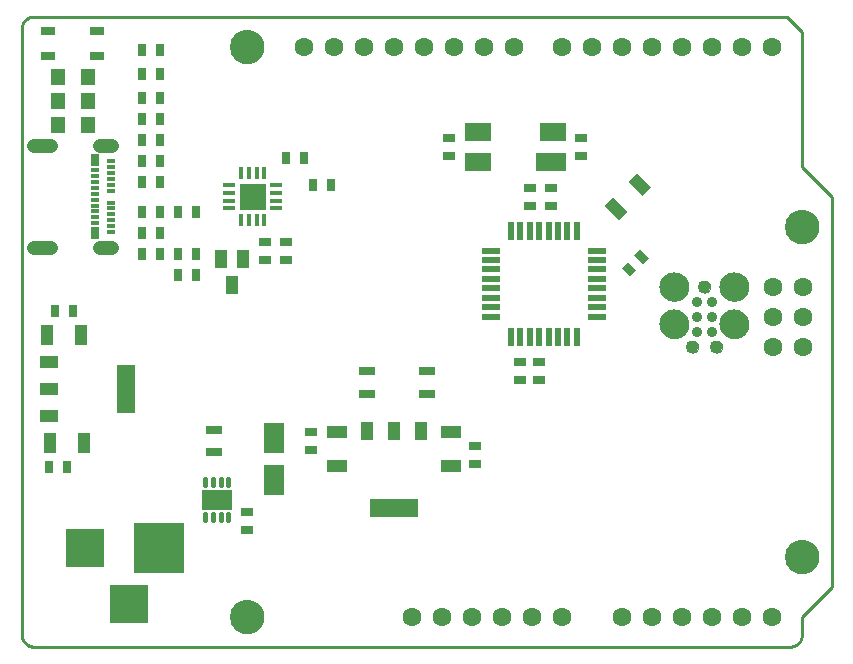
<source format=gts>
G75*
%MOIN*%
%OFA0B0*%
%FSLAX25Y25*%
%IPPOS*%
%LPD*%
%AMOC8*
5,1,8,0,0,1.08239X$1,22.5*
%
%ADD10C,0.01000*%
%ADD11C,0.00000*%
%ADD12C,0.11424*%
%ADD13R,0.03943X0.02762*%
%ADD14R,0.03943X0.06699*%
%ADD15R,0.02762X0.03943*%
%ADD16R,0.04534X0.02959*%
%ADD17C,0.03500*%
%ADD18C,0.04300*%
%ADD19C,0.09750*%
%ADD20R,0.01975X0.05912*%
%ADD21R,0.05912X0.01975*%
%ADD22R,0.09061X0.05912*%
%ADD23R,0.09849X0.05912*%
%ADD24R,0.04731X0.05321*%
%ADD25C,0.06306*%
%ADD26R,0.03156X0.01581*%
%ADD27R,0.03156X0.04337*%
%ADD28C,0.04731*%
%ADD29R,0.13061X0.13061*%
%ADD30R,0.16998X0.16998*%
%ADD31R,0.03943X0.01778*%
%ADD32R,0.08668X0.08668*%
%ADD33R,0.01778X0.03943*%
%ADD34R,0.04337X0.05912*%
%ADD35R,0.09849X0.06896*%
%ADD36C,0.01778*%
%ADD37R,0.06306X0.16148*%
%ADD38R,0.06306X0.04337*%
%ADD39R,0.06699X0.10243*%
%ADD40R,0.16148X0.06306*%
%ADD41R,0.04337X0.06306*%
%ADD42R,0.06699X0.03943*%
%ADD43R,0.05518X0.03156*%
D10*
X0008793Y0007187D02*
X0008793Y0209313D01*
X0008795Y0209437D01*
X0008801Y0209560D01*
X0008810Y0209684D01*
X0008824Y0209806D01*
X0008841Y0209929D01*
X0008863Y0210051D01*
X0008888Y0210172D01*
X0008917Y0210292D01*
X0008949Y0210411D01*
X0008986Y0210530D01*
X0009026Y0210647D01*
X0009069Y0210762D01*
X0009117Y0210877D01*
X0009168Y0210989D01*
X0009222Y0211100D01*
X0009280Y0211210D01*
X0009341Y0211317D01*
X0009406Y0211423D01*
X0009474Y0211526D01*
X0009545Y0211627D01*
X0009619Y0211726D01*
X0009696Y0211823D01*
X0009777Y0211917D01*
X0009860Y0212008D01*
X0009946Y0212097D01*
X0010035Y0212183D01*
X0010126Y0212266D01*
X0010220Y0212347D01*
X0010317Y0212424D01*
X0010416Y0212498D01*
X0010517Y0212569D01*
X0010620Y0212637D01*
X0010726Y0212702D01*
X0010833Y0212763D01*
X0010943Y0212821D01*
X0011054Y0212875D01*
X0011166Y0212926D01*
X0011281Y0212974D01*
X0011396Y0213017D01*
X0011513Y0213057D01*
X0011632Y0213094D01*
X0011751Y0213126D01*
X0011871Y0213155D01*
X0011992Y0213180D01*
X0012114Y0213202D01*
X0012237Y0213219D01*
X0012359Y0213233D01*
X0012483Y0213242D01*
X0012606Y0213248D01*
X0012730Y0213250D01*
X0263793Y0213250D01*
X0268793Y0208250D01*
X0268793Y0163250D01*
X0278793Y0153250D01*
X0278793Y0023250D01*
X0268793Y0013250D01*
X0268793Y0007187D01*
X0268791Y0007063D01*
X0268785Y0006940D01*
X0268776Y0006816D01*
X0268762Y0006694D01*
X0268745Y0006571D01*
X0268723Y0006449D01*
X0268698Y0006328D01*
X0268669Y0006208D01*
X0268637Y0006089D01*
X0268600Y0005970D01*
X0268560Y0005853D01*
X0268517Y0005738D01*
X0268469Y0005623D01*
X0268418Y0005511D01*
X0268364Y0005400D01*
X0268306Y0005290D01*
X0268245Y0005183D01*
X0268180Y0005077D01*
X0268112Y0004974D01*
X0268041Y0004873D01*
X0267967Y0004774D01*
X0267890Y0004677D01*
X0267809Y0004583D01*
X0267726Y0004492D01*
X0267640Y0004403D01*
X0267551Y0004317D01*
X0267460Y0004234D01*
X0267366Y0004153D01*
X0267269Y0004076D01*
X0267170Y0004002D01*
X0267069Y0003931D01*
X0266966Y0003863D01*
X0266860Y0003798D01*
X0266753Y0003737D01*
X0266643Y0003679D01*
X0266532Y0003625D01*
X0266420Y0003574D01*
X0266305Y0003526D01*
X0266190Y0003483D01*
X0266073Y0003443D01*
X0265954Y0003406D01*
X0265835Y0003374D01*
X0265715Y0003345D01*
X0265594Y0003320D01*
X0265472Y0003298D01*
X0265349Y0003281D01*
X0265227Y0003267D01*
X0265103Y0003258D01*
X0264980Y0003252D01*
X0264856Y0003250D01*
X0012730Y0003250D01*
X0012606Y0003252D01*
X0012483Y0003258D01*
X0012359Y0003267D01*
X0012237Y0003281D01*
X0012114Y0003298D01*
X0011992Y0003320D01*
X0011871Y0003345D01*
X0011751Y0003374D01*
X0011632Y0003406D01*
X0011513Y0003443D01*
X0011396Y0003483D01*
X0011281Y0003526D01*
X0011166Y0003574D01*
X0011054Y0003625D01*
X0010943Y0003679D01*
X0010833Y0003737D01*
X0010726Y0003798D01*
X0010620Y0003863D01*
X0010517Y0003931D01*
X0010416Y0004002D01*
X0010317Y0004076D01*
X0010220Y0004153D01*
X0010126Y0004234D01*
X0010035Y0004317D01*
X0009946Y0004403D01*
X0009860Y0004492D01*
X0009777Y0004583D01*
X0009696Y0004677D01*
X0009619Y0004774D01*
X0009545Y0004873D01*
X0009474Y0004974D01*
X0009406Y0005077D01*
X0009341Y0005183D01*
X0009280Y0005290D01*
X0009222Y0005400D01*
X0009168Y0005511D01*
X0009117Y0005623D01*
X0009069Y0005738D01*
X0009026Y0005853D01*
X0008986Y0005970D01*
X0008949Y0006089D01*
X0008917Y0006208D01*
X0008888Y0006328D01*
X0008863Y0006449D01*
X0008841Y0006571D01*
X0008824Y0006694D01*
X0008810Y0006816D01*
X0008801Y0006940D01*
X0008795Y0007063D01*
X0008793Y0007187D01*
D11*
X0078281Y0013250D02*
X0078283Y0013398D01*
X0078289Y0013546D01*
X0078299Y0013694D01*
X0078313Y0013841D01*
X0078331Y0013988D01*
X0078352Y0014134D01*
X0078378Y0014280D01*
X0078408Y0014425D01*
X0078441Y0014569D01*
X0078479Y0014712D01*
X0078520Y0014854D01*
X0078565Y0014995D01*
X0078613Y0015135D01*
X0078666Y0015274D01*
X0078722Y0015411D01*
X0078782Y0015546D01*
X0078845Y0015680D01*
X0078912Y0015812D01*
X0078983Y0015942D01*
X0079057Y0016070D01*
X0079134Y0016196D01*
X0079215Y0016320D01*
X0079299Y0016442D01*
X0079386Y0016561D01*
X0079477Y0016678D01*
X0079571Y0016793D01*
X0079667Y0016905D01*
X0079767Y0017015D01*
X0079869Y0017121D01*
X0079975Y0017225D01*
X0080083Y0017326D01*
X0080194Y0017424D01*
X0080307Y0017520D01*
X0080423Y0017612D01*
X0080541Y0017701D01*
X0080662Y0017786D01*
X0080785Y0017869D01*
X0080910Y0017948D01*
X0081037Y0018024D01*
X0081166Y0018096D01*
X0081297Y0018165D01*
X0081430Y0018230D01*
X0081565Y0018291D01*
X0081701Y0018349D01*
X0081838Y0018404D01*
X0081977Y0018454D01*
X0082118Y0018501D01*
X0082259Y0018544D01*
X0082402Y0018584D01*
X0082546Y0018619D01*
X0082690Y0018651D01*
X0082836Y0018678D01*
X0082982Y0018702D01*
X0083129Y0018722D01*
X0083276Y0018738D01*
X0083423Y0018750D01*
X0083571Y0018758D01*
X0083719Y0018762D01*
X0083867Y0018762D01*
X0084015Y0018758D01*
X0084163Y0018750D01*
X0084310Y0018738D01*
X0084457Y0018722D01*
X0084604Y0018702D01*
X0084750Y0018678D01*
X0084896Y0018651D01*
X0085040Y0018619D01*
X0085184Y0018584D01*
X0085327Y0018544D01*
X0085468Y0018501D01*
X0085609Y0018454D01*
X0085748Y0018404D01*
X0085885Y0018349D01*
X0086021Y0018291D01*
X0086156Y0018230D01*
X0086289Y0018165D01*
X0086420Y0018096D01*
X0086549Y0018024D01*
X0086676Y0017948D01*
X0086801Y0017869D01*
X0086924Y0017786D01*
X0087045Y0017701D01*
X0087163Y0017612D01*
X0087279Y0017520D01*
X0087392Y0017424D01*
X0087503Y0017326D01*
X0087611Y0017225D01*
X0087717Y0017121D01*
X0087819Y0017015D01*
X0087919Y0016905D01*
X0088015Y0016793D01*
X0088109Y0016678D01*
X0088200Y0016561D01*
X0088287Y0016442D01*
X0088371Y0016320D01*
X0088452Y0016196D01*
X0088529Y0016070D01*
X0088603Y0015942D01*
X0088674Y0015812D01*
X0088741Y0015680D01*
X0088804Y0015546D01*
X0088864Y0015411D01*
X0088920Y0015274D01*
X0088973Y0015135D01*
X0089021Y0014995D01*
X0089066Y0014854D01*
X0089107Y0014712D01*
X0089145Y0014569D01*
X0089178Y0014425D01*
X0089208Y0014280D01*
X0089234Y0014134D01*
X0089255Y0013988D01*
X0089273Y0013841D01*
X0089287Y0013694D01*
X0089297Y0013546D01*
X0089303Y0013398D01*
X0089305Y0013250D01*
X0089303Y0013102D01*
X0089297Y0012954D01*
X0089287Y0012806D01*
X0089273Y0012659D01*
X0089255Y0012512D01*
X0089234Y0012366D01*
X0089208Y0012220D01*
X0089178Y0012075D01*
X0089145Y0011931D01*
X0089107Y0011788D01*
X0089066Y0011646D01*
X0089021Y0011505D01*
X0088973Y0011365D01*
X0088920Y0011226D01*
X0088864Y0011089D01*
X0088804Y0010954D01*
X0088741Y0010820D01*
X0088674Y0010688D01*
X0088603Y0010558D01*
X0088529Y0010430D01*
X0088452Y0010304D01*
X0088371Y0010180D01*
X0088287Y0010058D01*
X0088200Y0009939D01*
X0088109Y0009822D01*
X0088015Y0009707D01*
X0087919Y0009595D01*
X0087819Y0009485D01*
X0087717Y0009379D01*
X0087611Y0009275D01*
X0087503Y0009174D01*
X0087392Y0009076D01*
X0087279Y0008980D01*
X0087163Y0008888D01*
X0087045Y0008799D01*
X0086924Y0008714D01*
X0086801Y0008631D01*
X0086676Y0008552D01*
X0086549Y0008476D01*
X0086420Y0008404D01*
X0086289Y0008335D01*
X0086156Y0008270D01*
X0086021Y0008209D01*
X0085885Y0008151D01*
X0085748Y0008096D01*
X0085609Y0008046D01*
X0085468Y0007999D01*
X0085327Y0007956D01*
X0085184Y0007916D01*
X0085040Y0007881D01*
X0084896Y0007849D01*
X0084750Y0007822D01*
X0084604Y0007798D01*
X0084457Y0007778D01*
X0084310Y0007762D01*
X0084163Y0007750D01*
X0084015Y0007742D01*
X0083867Y0007738D01*
X0083719Y0007738D01*
X0083571Y0007742D01*
X0083423Y0007750D01*
X0083276Y0007762D01*
X0083129Y0007778D01*
X0082982Y0007798D01*
X0082836Y0007822D01*
X0082690Y0007849D01*
X0082546Y0007881D01*
X0082402Y0007916D01*
X0082259Y0007956D01*
X0082118Y0007999D01*
X0081977Y0008046D01*
X0081838Y0008096D01*
X0081701Y0008151D01*
X0081565Y0008209D01*
X0081430Y0008270D01*
X0081297Y0008335D01*
X0081166Y0008404D01*
X0081037Y0008476D01*
X0080910Y0008552D01*
X0080785Y0008631D01*
X0080662Y0008714D01*
X0080541Y0008799D01*
X0080423Y0008888D01*
X0080307Y0008980D01*
X0080194Y0009076D01*
X0080083Y0009174D01*
X0079975Y0009275D01*
X0079869Y0009379D01*
X0079767Y0009485D01*
X0079667Y0009595D01*
X0079571Y0009707D01*
X0079477Y0009822D01*
X0079386Y0009939D01*
X0079299Y0010058D01*
X0079215Y0010180D01*
X0079134Y0010304D01*
X0079057Y0010430D01*
X0078983Y0010558D01*
X0078912Y0010688D01*
X0078845Y0010820D01*
X0078782Y0010954D01*
X0078722Y0011089D01*
X0078666Y0011226D01*
X0078613Y0011365D01*
X0078565Y0011505D01*
X0078520Y0011646D01*
X0078479Y0011788D01*
X0078441Y0011931D01*
X0078408Y0012075D01*
X0078378Y0012220D01*
X0078352Y0012366D01*
X0078331Y0012512D01*
X0078313Y0012659D01*
X0078299Y0012806D01*
X0078289Y0012954D01*
X0078283Y0013102D01*
X0078281Y0013250D01*
X0221618Y0110750D02*
X0221620Y0110887D01*
X0221626Y0111023D01*
X0221636Y0111159D01*
X0221650Y0111295D01*
X0221668Y0111431D01*
X0221690Y0111566D01*
X0221715Y0111700D01*
X0221745Y0111833D01*
X0221779Y0111965D01*
X0221816Y0112097D01*
X0221857Y0112227D01*
X0221903Y0112356D01*
X0221951Y0112484D01*
X0222004Y0112610D01*
X0222060Y0112734D01*
X0222120Y0112857D01*
X0222183Y0112978D01*
X0222250Y0113097D01*
X0222320Y0113214D01*
X0222394Y0113330D01*
X0222471Y0113442D01*
X0222551Y0113553D01*
X0222635Y0113661D01*
X0222722Y0113767D01*
X0222811Y0113870D01*
X0222904Y0113970D01*
X0222999Y0114068D01*
X0223098Y0114163D01*
X0223199Y0114255D01*
X0223303Y0114343D01*
X0223409Y0114429D01*
X0223518Y0114512D01*
X0223629Y0114591D01*
X0223742Y0114668D01*
X0223858Y0114741D01*
X0223975Y0114810D01*
X0224095Y0114876D01*
X0224216Y0114938D01*
X0224340Y0114997D01*
X0224465Y0115053D01*
X0224591Y0115104D01*
X0224719Y0115152D01*
X0224848Y0115196D01*
X0224979Y0115237D01*
X0225111Y0115273D01*
X0225243Y0115306D01*
X0225377Y0115334D01*
X0225511Y0115359D01*
X0225646Y0115380D01*
X0225782Y0115397D01*
X0225918Y0115410D01*
X0226054Y0115419D01*
X0226191Y0115424D01*
X0226327Y0115425D01*
X0226464Y0115422D01*
X0226600Y0115415D01*
X0226736Y0115404D01*
X0226872Y0115389D01*
X0227007Y0115370D01*
X0227142Y0115347D01*
X0227276Y0115320D01*
X0227409Y0115290D01*
X0227541Y0115255D01*
X0227673Y0115217D01*
X0227802Y0115175D01*
X0227931Y0115129D01*
X0228058Y0115079D01*
X0228184Y0115025D01*
X0228308Y0114968D01*
X0228431Y0114908D01*
X0228551Y0114843D01*
X0228670Y0114776D01*
X0228786Y0114705D01*
X0228901Y0114630D01*
X0229013Y0114552D01*
X0229123Y0114471D01*
X0229231Y0114387D01*
X0229336Y0114299D01*
X0229438Y0114209D01*
X0229538Y0114116D01*
X0229635Y0114019D01*
X0229729Y0113920D01*
X0229820Y0113819D01*
X0229908Y0113714D01*
X0229993Y0113607D01*
X0230075Y0113498D01*
X0230154Y0113386D01*
X0230229Y0113272D01*
X0230301Y0113156D01*
X0230370Y0113038D01*
X0230435Y0112918D01*
X0230497Y0112796D01*
X0230555Y0112672D01*
X0230609Y0112547D01*
X0230660Y0112420D01*
X0230706Y0112292D01*
X0230750Y0112162D01*
X0230789Y0112031D01*
X0230825Y0111899D01*
X0230856Y0111766D01*
X0230884Y0111633D01*
X0230908Y0111498D01*
X0230928Y0111363D01*
X0230944Y0111227D01*
X0230956Y0111091D01*
X0230964Y0110955D01*
X0230968Y0110818D01*
X0230968Y0110682D01*
X0230964Y0110545D01*
X0230956Y0110409D01*
X0230944Y0110273D01*
X0230928Y0110137D01*
X0230908Y0110002D01*
X0230884Y0109867D01*
X0230856Y0109734D01*
X0230825Y0109601D01*
X0230789Y0109469D01*
X0230750Y0109338D01*
X0230706Y0109208D01*
X0230660Y0109080D01*
X0230609Y0108953D01*
X0230555Y0108828D01*
X0230497Y0108704D01*
X0230435Y0108582D01*
X0230370Y0108462D01*
X0230301Y0108344D01*
X0230229Y0108228D01*
X0230154Y0108114D01*
X0230075Y0108002D01*
X0229993Y0107893D01*
X0229908Y0107786D01*
X0229820Y0107681D01*
X0229729Y0107580D01*
X0229635Y0107481D01*
X0229538Y0107384D01*
X0229438Y0107291D01*
X0229336Y0107201D01*
X0229231Y0107113D01*
X0229123Y0107029D01*
X0229013Y0106948D01*
X0228901Y0106870D01*
X0228786Y0106795D01*
X0228670Y0106724D01*
X0228551Y0106657D01*
X0228431Y0106592D01*
X0228308Y0106532D01*
X0228184Y0106475D01*
X0228058Y0106421D01*
X0227931Y0106371D01*
X0227802Y0106325D01*
X0227673Y0106283D01*
X0227541Y0106245D01*
X0227409Y0106210D01*
X0227276Y0106180D01*
X0227142Y0106153D01*
X0227007Y0106130D01*
X0226872Y0106111D01*
X0226736Y0106096D01*
X0226600Y0106085D01*
X0226464Y0106078D01*
X0226327Y0106075D01*
X0226191Y0106076D01*
X0226054Y0106081D01*
X0225918Y0106090D01*
X0225782Y0106103D01*
X0225646Y0106120D01*
X0225511Y0106141D01*
X0225377Y0106166D01*
X0225243Y0106194D01*
X0225111Y0106227D01*
X0224979Y0106263D01*
X0224848Y0106304D01*
X0224719Y0106348D01*
X0224591Y0106396D01*
X0224465Y0106447D01*
X0224340Y0106503D01*
X0224216Y0106562D01*
X0224095Y0106624D01*
X0223975Y0106690D01*
X0223858Y0106759D01*
X0223742Y0106832D01*
X0223629Y0106909D01*
X0223518Y0106988D01*
X0223409Y0107071D01*
X0223303Y0107157D01*
X0223199Y0107245D01*
X0223098Y0107337D01*
X0222999Y0107432D01*
X0222904Y0107530D01*
X0222811Y0107630D01*
X0222722Y0107733D01*
X0222635Y0107839D01*
X0222551Y0107947D01*
X0222471Y0108058D01*
X0222394Y0108170D01*
X0222320Y0108286D01*
X0222250Y0108403D01*
X0222183Y0108522D01*
X0222120Y0108643D01*
X0222060Y0108766D01*
X0222004Y0108890D01*
X0221951Y0109016D01*
X0221903Y0109144D01*
X0221857Y0109273D01*
X0221816Y0109403D01*
X0221779Y0109535D01*
X0221745Y0109667D01*
X0221715Y0109800D01*
X0221690Y0109934D01*
X0221668Y0110069D01*
X0221650Y0110205D01*
X0221636Y0110341D01*
X0221626Y0110477D01*
X0221620Y0110613D01*
X0221618Y0110750D01*
X0230343Y0103250D02*
X0230345Y0103338D01*
X0230351Y0103426D01*
X0230361Y0103514D01*
X0230375Y0103601D01*
X0230393Y0103687D01*
X0230414Y0103772D01*
X0230440Y0103857D01*
X0230469Y0103940D01*
X0230502Y0104022D01*
X0230539Y0104102D01*
X0230579Y0104180D01*
X0230623Y0104257D01*
X0230670Y0104331D01*
X0230721Y0104403D01*
X0230774Y0104473D01*
X0230831Y0104541D01*
X0230891Y0104605D01*
X0230954Y0104667D01*
X0231019Y0104726D01*
X0231087Y0104782D01*
X0231158Y0104835D01*
X0231230Y0104885D01*
X0231305Y0104931D01*
X0231382Y0104974D01*
X0231461Y0105014D01*
X0231542Y0105049D01*
X0231624Y0105082D01*
X0231707Y0105110D01*
X0231792Y0105135D01*
X0231878Y0105155D01*
X0231964Y0105172D01*
X0232051Y0105185D01*
X0232139Y0105194D01*
X0232227Y0105199D01*
X0232315Y0105200D01*
X0232403Y0105197D01*
X0232491Y0105190D01*
X0232578Y0105179D01*
X0232665Y0105164D01*
X0232751Y0105145D01*
X0232837Y0105123D01*
X0232921Y0105096D01*
X0233003Y0105066D01*
X0233085Y0105032D01*
X0233165Y0104994D01*
X0233242Y0104953D01*
X0233318Y0104909D01*
X0233392Y0104861D01*
X0233464Y0104809D01*
X0233533Y0104755D01*
X0233600Y0104697D01*
X0233664Y0104637D01*
X0233725Y0104573D01*
X0233784Y0104507D01*
X0233839Y0104439D01*
X0233891Y0104367D01*
X0233940Y0104294D01*
X0233985Y0104219D01*
X0234027Y0104141D01*
X0234066Y0104062D01*
X0234101Y0103981D01*
X0234132Y0103898D01*
X0234159Y0103815D01*
X0234183Y0103730D01*
X0234203Y0103644D01*
X0234219Y0103557D01*
X0234231Y0103470D01*
X0234239Y0103382D01*
X0234243Y0103294D01*
X0234243Y0103206D01*
X0234239Y0103118D01*
X0234231Y0103030D01*
X0234219Y0102943D01*
X0234203Y0102856D01*
X0234183Y0102770D01*
X0234159Y0102685D01*
X0234132Y0102602D01*
X0234101Y0102519D01*
X0234066Y0102438D01*
X0234027Y0102359D01*
X0233985Y0102281D01*
X0233940Y0102206D01*
X0233891Y0102133D01*
X0233839Y0102061D01*
X0233784Y0101993D01*
X0233725Y0101927D01*
X0233664Y0101863D01*
X0233600Y0101803D01*
X0233533Y0101745D01*
X0233464Y0101691D01*
X0233392Y0101639D01*
X0233318Y0101591D01*
X0233242Y0101547D01*
X0233165Y0101506D01*
X0233085Y0101468D01*
X0233003Y0101434D01*
X0232921Y0101404D01*
X0232837Y0101377D01*
X0232751Y0101355D01*
X0232665Y0101336D01*
X0232578Y0101321D01*
X0232491Y0101310D01*
X0232403Y0101303D01*
X0232315Y0101300D01*
X0232227Y0101301D01*
X0232139Y0101306D01*
X0232051Y0101315D01*
X0231964Y0101328D01*
X0231878Y0101345D01*
X0231792Y0101365D01*
X0231707Y0101390D01*
X0231624Y0101418D01*
X0231542Y0101451D01*
X0231461Y0101486D01*
X0231382Y0101526D01*
X0231305Y0101569D01*
X0231230Y0101615D01*
X0231158Y0101665D01*
X0231087Y0101718D01*
X0231019Y0101774D01*
X0230954Y0101833D01*
X0230891Y0101895D01*
X0230831Y0101959D01*
X0230774Y0102027D01*
X0230721Y0102097D01*
X0230670Y0102169D01*
X0230623Y0102243D01*
X0230579Y0102320D01*
X0230539Y0102398D01*
X0230502Y0102478D01*
X0230469Y0102560D01*
X0230440Y0102643D01*
X0230414Y0102728D01*
X0230393Y0102813D01*
X0230375Y0102899D01*
X0230361Y0102986D01*
X0230351Y0103074D01*
X0230345Y0103162D01*
X0230343Y0103250D01*
X0238343Y0103250D02*
X0238345Y0103338D01*
X0238351Y0103426D01*
X0238361Y0103514D01*
X0238375Y0103601D01*
X0238393Y0103687D01*
X0238414Y0103772D01*
X0238440Y0103857D01*
X0238469Y0103940D01*
X0238502Y0104022D01*
X0238539Y0104102D01*
X0238579Y0104180D01*
X0238623Y0104257D01*
X0238670Y0104331D01*
X0238721Y0104403D01*
X0238774Y0104473D01*
X0238831Y0104541D01*
X0238891Y0104605D01*
X0238954Y0104667D01*
X0239019Y0104726D01*
X0239087Y0104782D01*
X0239158Y0104835D01*
X0239230Y0104885D01*
X0239305Y0104931D01*
X0239382Y0104974D01*
X0239461Y0105014D01*
X0239542Y0105049D01*
X0239624Y0105082D01*
X0239707Y0105110D01*
X0239792Y0105135D01*
X0239878Y0105155D01*
X0239964Y0105172D01*
X0240051Y0105185D01*
X0240139Y0105194D01*
X0240227Y0105199D01*
X0240315Y0105200D01*
X0240403Y0105197D01*
X0240491Y0105190D01*
X0240578Y0105179D01*
X0240665Y0105164D01*
X0240751Y0105145D01*
X0240837Y0105123D01*
X0240921Y0105096D01*
X0241003Y0105066D01*
X0241085Y0105032D01*
X0241165Y0104994D01*
X0241242Y0104953D01*
X0241318Y0104909D01*
X0241392Y0104861D01*
X0241464Y0104809D01*
X0241533Y0104755D01*
X0241600Y0104697D01*
X0241664Y0104637D01*
X0241725Y0104573D01*
X0241784Y0104507D01*
X0241839Y0104439D01*
X0241891Y0104367D01*
X0241940Y0104294D01*
X0241985Y0104219D01*
X0242027Y0104141D01*
X0242066Y0104062D01*
X0242101Y0103981D01*
X0242132Y0103898D01*
X0242159Y0103815D01*
X0242183Y0103730D01*
X0242203Y0103644D01*
X0242219Y0103557D01*
X0242231Y0103470D01*
X0242239Y0103382D01*
X0242243Y0103294D01*
X0242243Y0103206D01*
X0242239Y0103118D01*
X0242231Y0103030D01*
X0242219Y0102943D01*
X0242203Y0102856D01*
X0242183Y0102770D01*
X0242159Y0102685D01*
X0242132Y0102602D01*
X0242101Y0102519D01*
X0242066Y0102438D01*
X0242027Y0102359D01*
X0241985Y0102281D01*
X0241940Y0102206D01*
X0241891Y0102133D01*
X0241839Y0102061D01*
X0241784Y0101993D01*
X0241725Y0101927D01*
X0241664Y0101863D01*
X0241600Y0101803D01*
X0241533Y0101745D01*
X0241464Y0101691D01*
X0241392Y0101639D01*
X0241318Y0101591D01*
X0241242Y0101547D01*
X0241165Y0101506D01*
X0241085Y0101468D01*
X0241003Y0101434D01*
X0240921Y0101404D01*
X0240837Y0101377D01*
X0240751Y0101355D01*
X0240665Y0101336D01*
X0240578Y0101321D01*
X0240491Y0101310D01*
X0240403Y0101303D01*
X0240315Y0101300D01*
X0240227Y0101301D01*
X0240139Y0101306D01*
X0240051Y0101315D01*
X0239964Y0101328D01*
X0239878Y0101345D01*
X0239792Y0101365D01*
X0239707Y0101390D01*
X0239624Y0101418D01*
X0239542Y0101451D01*
X0239461Y0101486D01*
X0239382Y0101526D01*
X0239305Y0101569D01*
X0239230Y0101615D01*
X0239158Y0101665D01*
X0239087Y0101718D01*
X0239019Y0101774D01*
X0238954Y0101833D01*
X0238891Y0101895D01*
X0238831Y0101959D01*
X0238774Y0102027D01*
X0238721Y0102097D01*
X0238670Y0102169D01*
X0238623Y0102243D01*
X0238579Y0102320D01*
X0238539Y0102398D01*
X0238502Y0102478D01*
X0238469Y0102560D01*
X0238440Y0102643D01*
X0238414Y0102728D01*
X0238393Y0102813D01*
X0238375Y0102899D01*
X0238361Y0102986D01*
X0238351Y0103074D01*
X0238345Y0103162D01*
X0238343Y0103250D01*
X0241618Y0110750D02*
X0241620Y0110887D01*
X0241626Y0111023D01*
X0241636Y0111159D01*
X0241650Y0111295D01*
X0241668Y0111431D01*
X0241690Y0111566D01*
X0241715Y0111700D01*
X0241745Y0111833D01*
X0241779Y0111965D01*
X0241816Y0112097D01*
X0241857Y0112227D01*
X0241903Y0112356D01*
X0241951Y0112484D01*
X0242004Y0112610D01*
X0242060Y0112734D01*
X0242120Y0112857D01*
X0242183Y0112978D01*
X0242250Y0113097D01*
X0242320Y0113214D01*
X0242394Y0113330D01*
X0242471Y0113442D01*
X0242551Y0113553D01*
X0242635Y0113661D01*
X0242722Y0113767D01*
X0242811Y0113870D01*
X0242904Y0113970D01*
X0242999Y0114068D01*
X0243098Y0114163D01*
X0243199Y0114255D01*
X0243303Y0114343D01*
X0243409Y0114429D01*
X0243518Y0114512D01*
X0243629Y0114591D01*
X0243742Y0114668D01*
X0243858Y0114741D01*
X0243975Y0114810D01*
X0244095Y0114876D01*
X0244216Y0114938D01*
X0244340Y0114997D01*
X0244465Y0115053D01*
X0244591Y0115104D01*
X0244719Y0115152D01*
X0244848Y0115196D01*
X0244979Y0115237D01*
X0245111Y0115273D01*
X0245243Y0115306D01*
X0245377Y0115334D01*
X0245511Y0115359D01*
X0245646Y0115380D01*
X0245782Y0115397D01*
X0245918Y0115410D01*
X0246054Y0115419D01*
X0246191Y0115424D01*
X0246327Y0115425D01*
X0246464Y0115422D01*
X0246600Y0115415D01*
X0246736Y0115404D01*
X0246872Y0115389D01*
X0247007Y0115370D01*
X0247142Y0115347D01*
X0247276Y0115320D01*
X0247409Y0115290D01*
X0247541Y0115255D01*
X0247673Y0115217D01*
X0247802Y0115175D01*
X0247931Y0115129D01*
X0248058Y0115079D01*
X0248184Y0115025D01*
X0248308Y0114968D01*
X0248431Y0114908D01*
X0248551Y0114843D01*
X0248670Y0114776D01*
X0248786Y0114705D01*
X0248901Y0114630D01*
X0249013Y0114552D01*
X0249123Y0114471D01*
X0249231Y0114387D01*
X0249336Y0114299D01*
X0249438Y0114209D01*
X0249538Y0114116D01*
X0249635Y0114019D01*
X0249729Y0113920D01*
X0249820Y0113819D01*
X0249908Y0113714D01*
X0249993Y0113607D01*
X0250075Y0113498D01*
X0250154Y0113386D01*
X0250229Y0113272D01*
X0250301Y0113156D01*
X0250370Y0113038D01*
X0250435Y0112918D01*
X0250497Y0112796D01*
X0250555Y0112672D01*
X0250609Y0112547D01*
X0250660Y0112420D01*
X0250706Y0112292D01*
X0250750Y0112162D01*
X0250789Y0112031D01*
X0250825Y0111899D01*
X0250856Y0111766D01*
X0250884Y0111633D01*
X0250908Y0111498D01*
X0250928Y0111363D01*
X0250944Y0111227D01*
X0250956Y0111091D01*
X0250964Y0110955D01*
X0250968Y0110818D01*
X0250968Y0110682D01*
X0250964Y0110545D01*
X0250956Y0110409D01*
X0250944Y0110273D01*
X0250928Y0110137D01*
X0250908Y0110002D01*
X0250884Y0109867D01*
X0250856Y0109734D01*
X0250825Y0109601D01*
X0250789Y0109469D01*
X0250750Y0109338D01*
X0250706Y0109208D01*
X0250660Y0109080D01*
X0250609Y0108953D01*
X0250555Y0108828D01*
X0250497Y0108704D01*
X0250435Y0108582D01*
X0250370Y0108462D01*
X0250301Y0108344D01*
X0250229Y0108228D01*
X0250154Y0108114D01*
X0250075Y0108002D01*
X0249993Y0107893D01*
X0249908Y0107786D01*
X0249820Y0107681D01*
X0249729Y0107580D01*
X0249635Y0107481D01*
X0249538Y0107384D01*
X0249438Y0107291D01*
X0249336Y0107201D01*
X0249231Y0107113D01*
X0249123Y0107029D01*
X0249013Y0106948D01*
X0248901Y0106870D01*
X0248786Y0106795D01*
X0248670Y0106724D01*
X0248551Y0106657D01*
X0248431Y0106592D01*
X0248308Y0106532D01*
X0248184Y0106475D01*
X0248058Y0106421D01*
X0247931Y0106371D01*
X0247802Y0106325D01*
X0247673Y0106283D01*
X0247541Y0106245D01*
X0247409Y0106210D01*
X0247276Y0106180D01*
X0247142Y0106153D01*
X0247007Y0106130D01*
X0246872Y0106111D01*
X0246736Y0106096D01*
X0246600Y0106085D01*
X0246464Y0106078D01*
X0246327Y0106075D01*
X0246191Y0106076D01*
X0246054Y0106081D01*
X0245918Y0106090D01*
X0245782Y0106103D01*
X0245646Y0106120D01*
X0245511Y0106141D01*
X0245377Y0106166D01*
X0245243Y0106194D01*
X0245111Y0106227D01*
X0244979Y0106263D01*
X0244848Y0106304D01*
X0244719Y0106348D01*
X0244591Y0106396D01*
X0244465Y0106447D01*
X0244340Y0106503D01*
X0244216Y0106562D01*
X0244095Y0106624D01*
X0243975Y0106690D01*
X0243858Y0106759D01*
X0243742Y0106832D01*
X0243629Y0106909D01*
X0243518Y0106988D01*
X0243409Y0107071D01*
X0243303Y0107157D01*
X0243199Y0107245D01*
X0243098Y0107337D01*
X0242999Y0107432D01*
X0242904Y0107530D01*
X0242811Y0107630D01*
X0242722Y0107733D01*
X0242635Y0107839D01*
X0242551Y0107947D01*
X0242471Y0108058D01*
X0242394Y0108170D01*
X0242320Y0108286D01*
X0242250Y0108403D01*
X0242183Y0108522D01*
X0242120Y0108643D01*
X0242060Y0108766D01*
X0242004Y0108890D01*
X0241951Y0109016D01*
X0241903Y0109144D01*
X0241857Y0109273D01*
X0241816Y0109403D01*
X0241779Y0109535D01*
X0241745Y0109667D01*
X0241715Y0109800D01*
X0241690Y0109934D01*
X0241668Y0110069D01*
X0241650Y0110205D01*
X0241636Y0110341D01*
X0241626Y0110477D01*
X0241620Y0110613D01*
X0241618Y0110750D01*
X0241618Y0123250D02*
X0241620Y0123387D01*
X0241626Y0123523D01*
X0241636Y0123659D01*
X0241650Y0123795D01*
X0241668Y0123931D01*
X0241690Y0124066D01*
X0241715Y0124200D01*
X0241745Y0124333D01*
X0241779Y0124465D01*
X0241816Y0124597D01*
X0241857Y0124727D01*
X0241903Y0124856D01*
X0241951Y0124984D01*
X0242004Y0125110D01*
X0242060Y0125234D01*
X0242120Y0125357D01*
X0242183Y0125478D01*
X0242250Y0125597D01*
X0242320Y0125714D01*
X0242394Y0125830D01*
X0242471Y0125942D01*
X0242551Y0126053D01*
X0242635Y0126161D01*
X0242722Y0126267D01*
X0242811Y0126370D01*
X0242904Y0126470D01*
X0242999Y0126568D01*
X0243098Y0126663D01*
X0243199Y0126755D01*
X0243303Y0126843D01*
X0243409Y0126929D01*
X0243518Y0127012D01*
X0243629Y0127091D01*
X0243742Y0127168D01*
X0243858Y0127241D01*
X0243975Y0127310D01*
X0244095Y0127376D01*
X0244216Y0127438D01*
X0244340Y0127497D01*
X0244465Y0127553D01*
X0244591Y0127604D01*
X0244719Y0127652D01*
X0244848Y0127696D01*
X0244979Y0127737D01*
X0245111Y0127773D01*
X0245243Y0127806D01*
X0245377Y0127834D01*
X0245511Y0127859D01*
X0245646Y0127880D01*
X0245782Y0127897D01*
X0245918Y0127910D01*
X0246054Y0127919D01*
X0246191Y0127924D01*
X0246327Y0127925D01*
X0246464Y0127922D01*
X0246600Y0127915D01*
X0246736Y0127904D01*
X0246872Y0127889D01*
X0247007Y0127870D01*
X0247142Y0127847D01*
X0247276Y0127820D01*
X0247409Y0127790D01*
X0247541Y0127755D01*
X0247673Y0127717D01*
X0247802Y0127675D01*
X0247931Y0127629D01*
X0248058Y0127579D01*
X0248184Y0127525D01*
X0248308Y0127468D01*
X0248431Y0127408D01*
X0248551Y0127343D01*
X0248670Y0127276D01*
X0248786Y0127205D01*
X0248901Y0127130D01*
X0249013Y0127052D01*
X0249123Y0126971D01*
X0249231Y0126887D01*
X0249336Y0126799D01*
X0249438Y0126709D01*
X0249538Y0126616D01*
X0249635Y0126519D01*
X0249729Y0126420D01*
X0249820Y0126319D01*
X0249908Y0126214D01*
X0249993Y0126107D01*
X0250075Y0125998D01*
X0250154Y0125886D01*
X0250229Y0125772D01*
X0250301Y0125656D01*
X0250370Y0125538D01*
X0250435Y0125418D01*
X0250497Y0125296D01*
X0250555Y0125172D01*
X0250609Y0125047D01*
X0250660Y0124920D01*
X0250706Y0124792D01*
X0250750Y0124662D01*
X0250789Y0124531D01*
X0250825Y0124399D01*
X0250856Y0124266D01*
X0250884Y0124133D01*
X0250908Y0123998D01*
X0250928Y0123863D01*
X0250944Y0123727D01*
X0250956Y0123591D01*
X0250964Y0123455D01*
X0250968Y0123318D01*
X0250968Y0123182D01*
X0250964Y0123045D01*
X0250956Y0122909D01*
X0250944Y0122773D01*
X0250928Y0122637D01*
X0250908Y0122502D01*
X0250884Y0122367D01*
X0250856Y0122234D01*
X0250825Y0122101D01*
X0250789Y0121969D01*
X0250750Y0121838D01*
X0250706Y0121708D01*
X0250660Y0121580D01*
X0250609Y0121453D01*
X0250555Y0121328D01*
X0250497Y0121204D01*
X0250435Y0121082D01*
X0250370Y0120962D01*
X0250301Y0120844D01*
X0250229Y0120728D01*
X0250154Y0120614D01*
X0250075Y0120502D01*
X0249993Y0120393D01*
X0249908Y0120286D01*
X0249820Y0120181D01*
X0249729Y0120080D01*
X0249635Y0119981D01*
X0249538Y0119884D01*
X0249438Y0119791D01*
X0249336Y0119701D01*
X0249231Y0119613D01*
X0249123Y0119529D01*
X0249013Y0119448D01*
X0248901Y0119370D01*
X0248786Y0119295D01*
X0248670Y0119224D01*
X0248551Y0119157D01*
X0248431Y0119092D01*
X0248308Y0119032D01*
X0248184Y0118975D01*
X0248058Y0118921D01*
X0247931Y0118871D01*
X0247802Y0118825D01*
X0247673Y0118783D01*
X0247541Y0118745D01*
X0247409Y0118710D01*
X0247276Y0118680D01*
X0247142Y0118653D01*
X0247007Y0118630D01*
X0246872Y0118611D01*
X0246736Y0118596D01*
X0246600Y0118585D01*
X0246464Y0118578D01*
X0246327Y0118575D01*
X0246191Y0118576D01*
X0246054Y0118581D01*
X0245918Y0118590D01*
X0245782Y0118603D01*
X0245646Y0118620D01*
X0245511Y0118641D01*
X0245377Y0118666D01*
X0245243Y0118694D01*
X0245111Y0118727D01*
X0244979Y0118763D01*
X0244848Y0118804D01*
X0244719Y0118848D01*
X0244591Y0118896D01*
X0244465Y0118947D01*
X0244340Y0119003D01*
X0244216Y0119062D01*
X0244095Y0119124D01*
X0243975Y0119190D01*
X0243858Y0119259D01*
X0243742Y0119332D01*
X0243629Y0119409D01*
X0243518Y0119488D01*
X0243409Y0119571D01*
X0243303Y0119657D01*
X0243199Y0119745D01*
X0243098Y0119837D01*
X0242999Y0119932D01*
X0242904Y0120030D01*
X0242811Y0120130D01*
X0242722Y0120233D01*
X0242635Y0120339D01*
X0242551Y0120447D01*
X0242471Y0120558D01*
X0242394Y0120670D01*
X0242320Y0120786D01*
X0242250Y0120903D01*
X0242183Y0121022D01*
X0242120Y0121143D01*
X0242060Y0121266D01*
X0242004Y0121390D01*
X0241951Y0121516D01*
X0241903Y0121644D01*
X0241857Y0121773D01*
X0241816Y0121903D01*
X0241779Y0122035D01*
X0241745Y0122167D01*
X0241715Y0122300D01*
X0241690Y0122434D01*
X0241668Y0122569D01*
X0241650Y0122705D01*
X0241636Y0122841D01*
X0241626Y0122977D01*
X0241620Y0123113D01*
X0241618Y0123250D01*
X0234343Y0123250D02*
X0234345Y0123338D01*
X0234351Y0123426D01*
X0234361Y0123514D01*
X0234375Y0123601D01*
X0234393Y0123687D01*
X0234414Y0123772D01*
X0234440Y0123857D01*
X0234469Y0123940D01*
X0234502Y0124022D01*
X0234539Y0124102D01*
X0234579Y0124180D01*
X0234623Y0124257D01*
X0234670Y0124331D01*
X0234721Y0124403D01*
X0234774Y0124473D01*
X0234831Y0124541D01*
X0234891Y0124605D01*
X0234954Y0124667D01*
X0235019Y0124726D01*
X0235087Y0124782D01*
X0235158Y0124835D01*
X0235230Y0124885D01*
X0235305Y0124931D01*
X0235382Y0124974D01*
X0235461Y0125014D01*
X0235542Y0125049D01*
X0235624Y0125082D01*
X0235707Y0125110D01*
X0235792Y0125135D01*
X0235878Y0125155D01*
X0235964Y0125172D01*
X0236051Y0125185D01*
X0236139Y0125194D01*
X0236227Y0125199D01*
X0236315Y0125200D01*
X0236403Y0125197D01*
X0236491Y0125190D01*
X0236578Y0125179D01*
X0236665Y0125164D01*
X0236751Y0125145D01*
X0236837Y0125123D01*
X0236921Y0125096D01*
X0237003Y0125066D01*
X0237085Y0125032D01*
X0237165Y0124994D01*
X0237242Y0124953D01*
X0237318Y0124909D01*
X0237392Y0124861D01*
X0237464Y0124809D01*
X0237533Y0124755D01*
X0237600Y0124697D01*
X0237664Y0124637D01*
X0237725Y0124573D01*
X0237784Y0124507D01*
X0237839Y0124439D01*
X0237891Y0124367D01*
X0237940Y0124294D01*
X0237985Y0124219D01*
X0238027Y0124141D01*
X0238066Y0124062D01*
X0238101Y0123981D01*
X0238132Y0123898D01*
X0238159Y0123815D01*
X0238183Y0123730D01*
X0238203Y0123644D01*
X0238219Y0123557D01*
X0238231Y0123470D01*
X0238239Y0123382D01*
X0238243Y0123294D01*
X0238243Y0123206D01*
X0238239Y0123118D01*
X0238231Y0123030D01*
X0238219Y0122943D01*
X0238203Y0122856D01*
X0238183Y0122770D01*
X0238159Y0122685D01*
X0238132Y0122602D01*
X0238101Y0122519D01*
X0238066Y0122438D01*
X0238027Y0122359D01*
X0237985Y0122281D01*
X0237940Y0122206D01*
X0237891Y0122133D01*
X0237839Y0122061D01*
X0237784Y0121993D01*
X0237725Y0121927D01*
X0237664Y0121863D01*
X0237600Y0121803D01*
X0237533Y0121745D01*
X0237464Y0121691D01*
X0237392Y0121639D01*
X0237318Y0121591D01*
X0237242Y0121547D01*
X0237165Y0121506D01*
X0237085Y0121468D01*
X0237003Y0121434D01*
X0236921Y0121404D01*
X0236837Y0121377D01*
X0236751Y0121355D01*
X0236665Y0121336D01*
X0236578Y0121321D01*
X0236491Y0121310D01*
X0236403Y0121303D01*
X0236315Y0121300D01*
X0236227Y0121301D01*
X0236139Y0121306D01*
X0236051Y0121315D01*
X0235964Y0121328D01*
X0235878Y0121345D01*
X0235792Y0121365D01*
X0235707Y0121390D01*
X0235624Y0121418D01*
X0235542Y0121451D01*
X0235461Y0121486D01*
X0235382Y0121526D01*
X0235305Y0121569D01*
X0235230Y0121615D01*
X0235158Y0121665D01*
X0235087Y0121718D01*
X0235019Y0121774D01*
X0234954Y0121833D01*
X0234891Y0121895D01*
X0234831Y0121959D01*
X0234774Y0122027D01*
X0234721Y0122097D01*
X0234670Y0122169D01*
X0234623Y0122243D01*
X0234579Y0122320D01*
X0234539Y0122398D01*
X0234502Y0122478D01*
X0234469Y0122560D01*
X0234440Y0122643D01*
X0234414Y0122728D01*
X0234393Y0122813D01*
X0234375Y0122899D01*
X0234361Y0122986D01*
X0234351Y0123074D01*
X0234345Y0123162D01*
X0234343Y0123250D01*
X0221618Y0123250D02*
X0221620Y0123387D01*
X0221626Y0123523D01*
X0221636Y0123659D01*
X0221650Y0123795D01*
X0221668Y0123931D01*
X0221690Y0124066D01*
X0221715Y0124200D01*
X0221745Y0124333D01*
X0221779Y0124465D01*
X0221816Y0124597D01*
X0221857Y0124727D01*
X0221903Y0124856D01*
X0221951Y0124984D01*
X0222004Y0125110D01*
X0222060Y0125234D01*
X0222120Y0125357D01*
X0222183Y0125478D01*
X0222250Y0125597D01*
X0222320Y0125714D01*
X0222394Y0125830D01*
X0222471Y0125942D01*
X0222551Y0126053D01*
X0222635Y0126161D01*
X0222722Y0126267D01*
X0222811Y0126370D01*
X0222904Y0126470D01*
X0222999Y0126568D01*
X0223098Y0126663D01*
X0223199Y0126755D01*
X0223303Y0126843D01*
X0223409Y0126929D01*
X0223518Y0127012D01*
X0223629Y0127091D01*
X0223742Y0127168D01*
X0223858Y0127241D01*
X0223975Y0127310D01*
X0224095Y0127376D01*
X0224216Y0127438D01*
X0224340Y0127497D01*
X0224465Y0127553D01*
X0224591Y0127604D01*
X0224719Y0127652D01*
X0224848Y0127696D01*
X0224979Y0127737D01*
X0225111Y0127773D01*
X0225243Y0127806D01*
X0225377Y0127834D01*
X0225511Y0127859D01*
X0225646Y0127880D01*
X0225782Y0127897D01*
X0225918Y0127910D01*
X0226054Y0127919D01*
X0226191Y0127924D01*
X0226327Y0127925D01*
X0226464Y0127922D01*
X0226600Y0127915D01*
X0226736Y0127904D01*
X0226872Y0127889D01*
X0227007Y0127870D01*
X0227142Y0127847D01*
X0227276Y0127820D01*
X0227409Y0127790D01*
X0227541Y0127755D01*
X0227673Y0127717D01*
X0227802Y0127675D01*
X0227931Y0127629D01*
X0228058Y0127579D01*
X0228184Y0127525D01*
X0228308Y0127468D01*
X0228431Y0127408D01*
X0228551Y0127343D01*
X0228670Y0127276D01*
X0228786Y0127205D01*
X0228901Y0127130D01*
X0229013Y0127052D01*
X0229123Y0126971D01*
X0229231Y0126887D01*
X0229336Y0126799D01*
X0229438Y0126709D01*
X0229538Y0126616D01*
X0229635Y0126519D01*
X0229729Y0126420D01*
X0229820Y0126319D01*
X0229908Y0126214D01*
X0229993Y0126107D01*
X0230075Y0125998D01*
X0230154Y0125886D01*
X0230229Y0125772D01*
X0230301Y0125656D01*
X0230370Y0125538D01*
X0230435Y0125418D01*
X0230497Y0125296D01*
X0230555Y0125172D01*
X0230609Y0125047D01*
X0230660Y0124920D01*
X0230706Y0124792D01*
X0230750Y0124662D01*
X0230789Y0124531D01*
X0230825Y0124399D01*
X0230856Y0124266D01*
X0230884Y0124133D01*
X0230908Y0123998D01*
X0230928Y0123863D01*
X0230944Y0123727D01*
X0230956Y0123591D01*
X0230964Y0123455D01*
X0230968Y0123318D01*
X0230968Y0123182D01*
X0230964Y0123045D01*
X0230956Y0122909D01*
X0230944Y0122773D01*
X0230928Y0122637D01*
X0230908Y0122502D01*
X0230884Y0122367D01*
X0230856Y0122234D01*
X0230825Y0122101D01*
X0230789Y0121969D01*
X0230750Y0121838D01*
X0230706Y0121708D01*
X0230660Y0121580D01*
X0230609Y0121453D01*
X0230555Y0121328D01*
X0230497Y0121204D01*
X0230435Y0121082D01*
X0230370Y0120962D01*
X0230301Y0120844D01*
X0230229Y0120728D01*
X0230154Y0120614D01*
X0230075Y0120502D01*
X0229993Y0120393D01*
X0229908Y0120286D01*
X0229820Y0120181D01*
X0229729Y0120080D01*
X0229635Y0119981D01*
X0229538Y0119884D01*
X0229438Y0119791D01*
X0229336Y0119701D01*
X0229231Y0119613D01*
X0229123Y0119529D01*
X0229013Y0119448D01*
X0228901Y0119370D01*
X0228786Y0119295D01*
X0228670Y0119224D01*
X0228551Y0119157D01*
X0228431Y0119092D01*
X0228308Y0119032D01*
X0228184Y0118975D01*
X0228058Y0118921D01*
X0227931Y0118871D01*
X0227802Y0118825D01*
X0227673Y0118783D01*
X0227541Y0118745D01*
X0227409Y0118710D01*
X0227276Y0118680D01*
X0227142Y0118653D01*
X0227007Y0118630D01*
X0226872Y0118611D01*
X0226736Y0118596D01*
X0226600Y0118585D01*
X0226464Y0118578D01*
X0226327Y0118575D01*
X0226191Y0118576D01*
X0226054Y0118581D01*
X0225918Y0118590D01*
X0225782Y0118603D01*
X0225646Y0118620D01*
X0225511Y0118641D01*
X0225377Y0118666D01*
X0225243Y0118694D01*
X0225111Y0118727D01*
X0224979Y0118763D01*
X0224848Y0118804D01*
X0224719Y0118848D01*
X0224591Y0118896D01*
X0224465Y0118947D01*
X0224340Y0119003D01*
X0224216Y0119062D01*
X0224095Y0119124D01*
X0223975Y0119190D01*
X0223858Y0119259D01*
X0223742Y0119332D01*
X0223629Y0119409D01*
X0223518Y0119488D01*
X0223409Y0119571D01*
X0223303Y0119657D01*
X0223199Y0119745D01*
X0223098Y0119837D01*
X0222999Y0119932D01*
X0222904Y0120030D01*
X0222811Y0120130D01*
X0222722Y0120233D01*
X0222635Y0120339D01*
X0222551Y0120447D01*
X0222471Y0120558D01*
X0222394Y0120670D01*
X0222320Y0120786D01*
X0222250Y0120903D01*
X0222183Y0121022D01*
X0222120Y0121143D01*
X0222060Y0121266D01*
X0222004Y0121390D01*
X0221951Y0121516D01*
X0221903Y0121644D01*
X0221857Y0121773D01*
X0221816Y0121903D01*
X0221779Y0122035D01*
X0221745Y0122167D01*
X0221715Y0122300D01*
X0221690Y0122434D01*
X0221668Y0122569D01*
X0221650Y0122705D01*
X0221636Y0122841D01*
X0221626Y0122977D01*
X0221620Y0123113D01*
X0221618Y0123250D01*
X0263281Y0143250D02*
X0263283Y0143398D01*
X0263289Y0143546D01*
X0263299Y0143694D01*
X0263313Y0143841D01*
X0263331Y0143988D01*
X0263352Y0144134D01*
X0263378Y0144280D01*
X0263408Y0144425D01*
X0263441Y0144569D01*
X0263479Y0144712D01*
X0263520Y0144854D01*
X0263565Y0144995D01*
X0263613Y0145135D01*
X0263666Y0145274D01*
X0263722Y0145411D01*
X0263782Y0145546D01*
X0263845Y0145680D01*
X0263912Y0145812D01*
X0263983Y0145942D01*
X0264057Y0146070D01*
X0264134Y0146196D01*
X0264215Y0146320D01*
X0264299Y0146442D01*
X0264386Y0146561D01*
X0264477Y0146678D01*
X0264571Y0146793D01*
X0264667Y0146905D01*
X0264767Y0147015D01*
X0264869Y0147121D01*
X0264975Y0147225D01*
X0265083Y0147326D01*
X0265194Y0147424D01*
X0265307Y0147520D01*
X0265423Y0147612D01*
X0265541Y0147701D01*
X0265662Y0147786D01*
X0265785Y0147869D01*
X0265910Y0147948D01*
X0266037Y0148024D01*
X0266166Y0148096D01*
X0266297Y0148165D01*
X0266430Y0148230D01*
X0266565Y0148291D01*
X0266701Y0148349D01*
X0266838Y0148404D01*
X0266977Y0148454D01*
X0267118Y0148501D01*
X0267259Y0148544D01*
X0267402Y0148584D01*
X0267546Y0148619D01*
X0267690Y0148651D01*
X0267836Y0148678D01*
X0267982Y0148702D01*
X0268129Y0148722D01*
X0268276Y0148738D01*
X0268423Y0148750D01*
X0268571Y0148758D01*
X0268719Y0148762D01*
X0268867Y0148762D01*
X0269015Y0148758D01*
X0269163Y0148750D01*
X0269310Y0148738D01*
X0269457Y0148722D01*
X0269604Y0148702D01*
X0269750Y0148678D01*
X0269896Y0148651D01*
X0270040Y0148619D01*
X0270184Y0148584D01*
X0270327Y0148544D01*
X0270468Y0148501D01*
X0270609Y0148454D01*
X0270748Y0148404D01*
X0270885Y0148349D01*
X0271021Y0148291D01*
X0271156Y0148230D01*
X0271289Y0148165D01*
X0271420Y0148096D01*
X0271549Y0148024D01*
X0271676Y0147948D01*
X0271801Y0147869D01*
X0271924Y0147786D01*
X0272045Y0147701D01*
X0272163Y0147612D01*
X0272279Y0147520D01*
X0272392Y0147424D01*
X0272503Y0147326D01*
X0272611Y0147225D01*
X0272717Y0147121D01*
X0272819Y0147015D01*
X0272919Y0146905D01*
X0273015Y0146793D01*
X0273109Y0146678D01*
X0273200Y0146561D01*
X0273287Y0146442D01*
X0273371Y0146320D01*
X0273452Y0146196D01*
X0273529Y0146070D01*
X0273603Y0145942D01*
X0273674Y0145812D01*
X0273741Y0145680D01*
X0273804Y0145546D01*
X0273864Y0145411D01*
X0273920Y0145274D01*
X0273973Y0145135D01*
X0274021Y0144995D01*
X0274066Y0144854D01*
X0274107Y0144712D01*
X0274145Y0144569D01*
X0274178Y0144425D01*
X0274208Y0144280D01*
X0274234Y0144134D01*
X0274255Y0143988D01*
X0274273Y0143841D01*
X0274287Y0143694D01*
X0274297Y0143546D01*
X0274303Y0143398D01*
X0274305Y0143250D01*
X0274303Y0143102D01*
X0274297Y0142954D01*
X0274287Y0142806D01*
X0274273Y0142659D01*
X0274255Y0142512D01*
X0274234Y0142366D01*
X0274208Y0142220D01*
X0274178Y0142075D01*
X0274145Y0141931D01*
X0274107Y0141788D01*
X0274066Y0141646D01*
X0274021Y0141505D01*
X0273973Y0141365D01*
X0273920Y0141226D01*
X0273864Y0141089D01*
X0273804Y0140954D01*
X0273741Y0140820D01*
X0273674Y0140688D01*
X0273603Y0140558D01*
X0273529Y0140430D01*
X0273452Y0140304D01*
X0273371Y0140180D01*
X0273287Y0140058D01*
X0273200Y0139939D01*
X0273109Y0139822D01*
X0273015Y0139707D01*
X0272919Y0139595D01*
X0272819Y0139485D01*
X0272717Y0139379D01*
X0272611Y0139275D01*
X0272503Y0139174D01*
X0272392Y0139076D01*
X0272279Y0138980D01*
X0272163Y0138888D01*
X0272045Y0138799D01*
X0271924Y0138714D01*
X0271801Y0138631D01*
X0271676Y0138552D01*
X0271549Y0138476D01*
X0271420Y0138404D01*
X0271289Y0138335D01*
X0271156Y0138270D01*
X0271021Y0138209D01*
X0270885Y0138151D01*
X0270748Y0138096D01*
X0270609Y0138046D01*
X0270468Y0137999D01*
X0270327Y0137956D01*
X0270184Y0137916D01*
X0270040Y0137881D01*
X0269896Y0137849D01*
X0269750Y0137822D01*
X0269604Y0137798D01*
X0269457Y0137778D01*
X0269310Y0137762D01*
X0269163Y0137750D01*
X0269015Y0137742D01*
X0268867Y0137738D01*
X0268719Y0137738D01*
X0268571Y0137742D01*
X0268423Y0137750D01*
X0268276Y0137762D01*
X0268129Y0137778D01*
X0267982Y0137798D01*
X0267836Y0137822D01*
X0267690Y0137849D01*
X0267546Y0137881D01*
X0267402Y0137916D01*
X0267259Y0137956D01*
X0267118Y0137999D01*
X0266977Y0138046D01*
X0266838Y0138096D01*
X0266701Y0138151D01*
X0266565Y0138209D01*
X0266430Y0138270D01*
X0266297Y0138335D01*
X0266166Y0138404D01*
X0266037Y0138476D01*
X0265910Y0138552D01*
X0265785Y0138631D01*
X0265662Y0138714D01*
X0265541Y0138799D01*
X0265423Y0138888D01*
X0265307Y0138980D01*
X0265194Y0139076D01*
X0265083Y0139174D01*
X0264975Y0139275D01*
X0264869Y0139379D01*
X0264767Y0139485D01*
X0264667Y0139595D01*
X0264571Y0139707D01*
X0264477Y0139822D01*
X0264386Y0139939D01*
X0264299Y0140058D01*
X0264215Y0140180D01*
X0264134Y0140304D01*
X0264057Y0140430D01*
X0263983Y0140558D01*
X0263912Y0140688D01*
X0263845Y0140820D01*
X0263782Y0140954D01*
X0263722Y0141089D01*
X0263666Y0141226D01*
X0263613Y0141365D01*
X0263565Y0141505D01*
X0263520Y0141646D01*
X0263479Y0141788D01*
X0263441Y0141931D01*
X0263408Y0142075D01*
X0263378Y0142220D01*
X0263352Y0142366D01*
X0263331Y0142512D01*
X0263313Y0142659D01*
X0263299Y0142806D01*
X0263289Y0142954D01*
X0263283Y0143102D01*
X0263281Y0143250D01*
X0263281Y0033250D02*
X0263283Y0033398D01*
X0263289Y0033546D01*
X0263299Y0033694D01*
X0263313Y0033841D01*
X0263331Y0033988D01*
X0263352Y0034134D01*
X0263378Y0034280D01*
X0263408Y0034425D01*
X0263441Y0034569D01*
X0263479Y0034712D01*
X0263520Y0034854D01*
X0263565Y0034995D01*
X0263613Y0035135D01*
X0263666Y0035274D01*
X0263722Y0035411D01*
X0263782Y0035546D01*
X0263845Y0035680D01*
X0263912Y0035812D01*
X0263983Y0035942D01*
X0264057Y0036070D01*
X0264134Y0036196D01*
X0264215Y0036320D01*
X0264299Y0036442D01*
X0264386Y0036561D01*
X0264477Y0036678D01*
X0264571Y0036793D01*
X0264667Y0036905D01*
X0264767Y0037015D01*
X0264869Y0037121D01*
X0264975Y0037225D01*
X0265083Y0037326D01*
X0265194Y0037424D01*
X0265307Y0037520D01*
X0265423Y0037612D01*
X0265541Y0037701D01*
X0265662Y0037786D01*
X0265785Y0037869D01*
X0265910Y0037948D01*
X0266037Y0038024D01*
X0266166Y0038096D01*
X0266297Y0038165D01*
X0266430Y0038230D01*
X0266565Y0038291D01*
X0266701Y0038349D01*
X0266838Y0038404D01*
X0266977Y0038454D01*
X0267118Y0038501D01*
X0267259Y0038544D01*
X0267402Y0038584D01*
X0267546Y0038619D01*
X0267690Y0038651D01*
X0267836Y0038678D01*
X0267982Y0038702D01*
X0268129Y0038722D01*
X0268276Y0038738D01*
X0268423Y0038750D01*
X0268571Y0038758D01*
X0268719Y0038762D01*
X0268867Y0038762D01*
X0269015Y0038758D01*
X0269163Y0038750D01*
X0269310Y0038738D01*
X0269457Y0038722D01*
X0269604Y0038702D01*
X0269750Y0038678D01*
X0269896Y0038651D01*
X0270040Y0038619D01*
X0270184Y0038584D01*
X0270327Y0038544D01*
X0270468Y0038501D01*
X0270609Y0038454D01*
X0270748Y0038404D01*
X0270885Y0038349D01*
X0271021Y0038291D01*
X0271156Y0038230D01*
X0271289Y0038165D01*
X0271420Y0038096D01*
X0271549Y0038024D01*
X0271676Y0037948D01*
X0271801Y0037869D01*
X0271924Y0037786D01*
X0272045Y0037701D01*
X0272163Y0037612D01*
X0272279Y0037520D01*
X0272392Y0037424D01*
X0272503Y0037326D01*
X0272611Y0037225D01*
X0272717Y0037121D01*
X0272819Y0037015D01*
X0272919Y0036905D01*
X0273015Y0036793D01*
X0273109Y0036678D01*
X0273200Y0036561D01*
X0273287Y0036442D01*
X0273371Y0036320D01*
X0273452Y0036196D01*
X0273529Y0036070D01*
X0273603Y0035942D01*
X0273674Y0035812D01*
X0273741Y0035680D01*
X0273804Y0035546D01*
X0273864Y0035411D01*
X0273920Y0035274D01*
X0273973Y0035135D01*
X0274021Y0034995D01*
X0274066Y0034854D01*
X0274107Y0034712D01*
X0274145Y0034569D01*
X0274178Y0034425D01*
X0274208Y0034280D01*
X0274234Y0034134D01*
X0274255Y0033988D01*
X0274273Y0033841D01*
X0274287Y0033694D01*
X0274297Y0033546D01*
X0274303Y0033398D01*
X0274305Y0033250D01*
X0274303Y0033102D01*
X0274297Y0032954D01*
X0274287Y0032806D01*
X0274273Y0032659D01*
X0274255Y0032512D01*
X0274234Y0032366D01*
X0274208Y0032220D01*
X0274178Y0032075D01*
X0274145Y0031931D01*
X0274107Y0031788D01*
X0274066Y0031646D01*
X0274021Y0031505D01*
X0273973Y0031365D01*
X0273920Y0031226D01*
X0273864Y0031089D01*
X0273804Y0030954D01*
X0273741Y0030820D01*
X0273674Y0030688D01*
X0273603Y0030558D01*
X0273529Y0030430D01*
X0273452Y0030304D01*
X0273371Y0030180D01*
X0273287Y0030058D01*
X0273200Y0029939D01*
X0273109Y0029822D01*
X0273015Y0029707D01*
X0272919Y0029595D01*
X0272819Y0029485D01*
X0272717Y0029379D01*
X0272611Y0029275D01*
X0272503Y0029174D01*
X0272392Y0029076D01*
X0272279Y0028980D01*
X0272163Y0028888D01*
X0272045Y0028799D01*
X0271924Y0028714D01*
X0271801Y0028631D01*
X0271676Y0028552D01*
X0271549Y0028476D01*
X0271420Y0028404D01*
X0271289Y0028335D01*
X0271156Y0028270D01*
X0271021Y0028209D01*
X0270885Y0028151D01*
X0270748Y0028096D01*
X0270609Y0028046D01*
X0270468Y0027999D01*
X0270327Y0027956D01*
X0270184Y0027916D01*
X0270040Y0027881D01*
X0269896Y0027849D01*
X0269750Y0027822D01*
X0269604Y0027798D01*
X0269457Y0027778D01*
X0269310Y0027762D01*
X0269163Y0027750D01*
X0269015Y0027742D01*
X0268867Y0027738D01*
X0268719Y0027738D01*
X0268571Y0027742D01*
X0268423Y0027750D01*
X0268276Y0027762D01*
X0268129Y0027778D01*
X0267982Y0027798D01*
X0267836Y0027822D01*
X0267690Y0027849D01*
X0267546Y0027881D01*
X0267402Y0027916D01*
X0267259Y0027956D01*
X0267118Y0027999D01*
X0266977Y0028046D01*
X0266838Y0028096D01*
X0266701Y0028151D01*
X0266565Y0028209D01*
X0266430Y0028270D01*
X0266297Y0028335D01*
X0266166Y0028404D01*
X0266037Y0028476D01*
X0265910Y0028552D01*
X0265785Y0028631D01*
X0265662Y0028714D01*
X0265541Y0028799D01*
X0265423Y0028888D01*
X0265307Y0028980D01*
X0265194Y0029076D01*
X0265083Y0029174D01*
X0264975Y0029275D01*
X0264869Y0029379D01*
X0264767Y0029485D01*
X0264667Y0029595D01*
X0264571Y0029707D01*
X0264477Y0029822D01*
X0264386Y0029939D01*
X0264299Y0030058D01*
X0264215Y0030180D01*
X0264134Y0030304D01*
X0264057Y0030430D01*
X0263983Y0030558D01*
X0263912Y0030688D01*
X0263845Y0030820D01*
X0263782Y0030954D01*
X0263722Y0031089D01*
X0263666Y0031226D01*
X0263613Y0031365D01*
X0263565Y0031505D01*
X0263520Y0031646D01*
X0263479Y0031788D01*
X0263441Y0031931D01*
X0263408Y0032075D01*
X0263378Y0032220D01*
X0263352Y0032366D01*
X0263331Y0032512D01*
X0263313Y0032659D01*
X0263299Y0032806D01*
X0263289Y0032954D01*
X0263283Y0033102D01*
X0263281Y0033250D01*
X0078281Y0203250D02*
X0078283Y0203398D01*
X0078289Y0203546D01*
X0078299Y0203694D01*
X0078313Y0203841D01*
X0078331Y0203988D01*
X0078352Y0204134D01*
X0078378Y0204280D01*
X0078408Y0204425D01*
X0078441Y0204569D01*
X0078479Y0204712D01*
X0078520Y0204854D01*
X0078565Y0204995D01*
X0078613Y0205135D01*
X0078666Y0205274D01*
X0078722Y0205411D01*
X0078782Y0205546D01*
X0078845Y0205680D01*
X0078912Y0205812D01*
X0078983Y0205942D01*
X0079057Y0206070D01*
X0079134Y0206196D01*
X0079215Y0206320D01*
X0079299Y0206442D01*
X0079386Y0206561D01*
X0079477Y0206678D01*
X0079571Y0206793D01*
X0079667Y0206905D01*
X0079767Y0207015D01*
X0079869Y0207121D01*
X0079975Y0207225D01*
X0080083Y0207326D01*
X0080194Y0207424D01*
X0080307Y0207520D01*
X0080423Y0207612D01*
X0080541Y0207701D01*
X0080662Y0207786D01*
X0080785Y0207869D01*
X0080910Y0207948D01*
X0081037Y0208024D01*
X0081166Y0208096D01*
X0081297Y0208165D01*
X0081430Y0208230D01*
X0081565Y0208291D01*
X0081701Y0208349D01*
X0081838Y0208404D01*
X0081977Y0208454D01*
X0082118Y0208501D01*
X0082259Y0208544D01*
X0082402Y0208584D01*
X0082546Y0208619D01*
X0082690Y0208651D01*
X0082836Y0208678D01*
X0082982Y0208702D01*
X0083129Y0208722D01*
X0083276Y0208738D01*
X0083423Y0208750D01*
X0083571Y0208758D01*
X0083719Y0208762D01*
X0083867Y0208762D01*
X0084015Y0208758D01*
X0084163Y0208750D01*
X0084310Y0208738D01*
X0084457Y0208722D01*
X0084604Y0208702D01*
X0084750Y0208678D01*
X0084896Y0208651D01*
X0085040Y0208619D01*
X0085184Y0208584D01*
X0085327Y0208544D01*
X0085468Y0208501D01*
X0085609Y0208454D01*
X0085748Y0208404D01*
X0085885Y0208349D01*
X0086021Y0208291D01*
X0086156Y0208230D01*
X0086289Y0208165D01*
X0086420Y0208096D01*
X0086549Y0208024D01*
X0086676Y0207948D01*
X0086801Y0207869D01*
X0086924Y0207786D01*
X0087045Y0207701D01*
X0087163Y0207612D01*
X0087279Y0207520D01*
X0087392Y0207424D01*
X0087503Y0207326D01*
X0087611Y0207225D01*
X0087717Y0207121D01*
X0087819Y0207015D01*
X0087919Y0206905D01*
X0088015Y0206793D01*
X0088109Y0206678D01*
X0088200Y0206561D01*
X0088287Y0206442D01*
X0088371Y0206320D01*
X0088452Y0206196D01*
X0088529Y0206070D01*
X0088603Y0205942D01*
X0088674Y0205812D01*
X0088741Y0205680D01*
X0088804Y0205546D01*
X0088864Y0205411D01*
X0088920Y0205274D01*
X0088973Y0205135D01*
X0089021Y0204995D01*
X0089066Y0204854D01*
X0089107Y0204712D01*
X0089145Y0204569D01*
X0089178Y0204425D01*
X0089208Y0204280D01*
X0089234Y0204134D01*
X0089255Y0203988D01*
X0089273Y0203841D01*
X0089287Y0203694D01*
X0089297Y0203546D01*
X0089303Y0203398D01*
X0089305Y0203250D01*
X0089303Y0203102D01*
X0089297Y0202954D01*
X0089287Y0202806D01*
X0089273Y0202659D01*
X0089255Y0202512D01*
X0089234Y0202366D01*
X0089208Y0202220D01*
X0089178Y0202075D01*
X0089145Y0201931D01*
X0089107Y0201788D01*
X0089066Y0201646D01*
X0089021Y0201505D01*
X0088973Y0201365D01*
X0088920Y0201226D01*
X0088864Y0201089D01*
X0088804Y0200954D01*
X0088741Y0200820D01*
X0088674Y0200688D01*
X0088603Y0200558D01*
X0088529Y0200430D01*
X0088452Y0200304D01*
X0088371Y0200180D01*
X0088287Y0200058D01*
X0088200Y0199939D01*
X0088109Y0199822D01*
X0088015Y0199707D01*
X0087919Y0199595D01*
X0087819Y0199485D01*
X0087717Y0199379D01*
X0087611Y0199275D01*
X0087503Y0199174D01*
X0087392Y0199076D01*
X0087279Y0198980D01*
X0087163Y0198888D01*
X0087045Y0198799D01*
X0086924Y0198714D01*
X0086801Y0198631D01*
X0086676Y0198552D01*
X0086549Y0198476D01*
X0086420Y0198404D01*
X0086289Y0198335D01*
X0086156Y0198270D01*
X0086021Y0198209D01*
X0085885Y0198151D01*
X0085748Y0198096D01*
X0085609Y0198046D01*
X0085468Y0197999D01*
X0085327Y0197956D01*
X0085184Y0197916D01*
X0085040Y0197881D01*
X0084896Y0197849D01*
X0084750Y0197822D01*
X0084604Y0197798D01*
X0084457Y0197778D01*
X0084310Y0197762D01*
X0084163Y0197750D01*
X0084015Y0197742D01*
X0083867Y0197738D01*
X0083719Y0197738D01*
X0083571Y0197742D01*
X0083423Y0197750D01*
X0083276Y0197762D01*
X0083129Y0197778D01*
X0082982Y0197798D01*
X0082836Y0197822D01*
X0082690Y0197849D01*
X0082546Y0197881D01*
X0082402Y0197916D01*
X0082259Y0197956D01*
X0082118Y0197999D01*
X0081977Y0198046D01*
X0081838Y0198096D01*
X0081701Y0198151D01*
X0081565Y0198209D01*
X0081430Y0198270D01*
X0081297Y0198335D01*
X0081166Y0198404D01*
X0081037Y0198476D01*
X0080910Y0198552D01*
X0080785Y0198631D01*
X0080662Y0198714D01*
X0080541Y0198799D01*
X0080423Y0198888D01*
X0080307Y0198980D01*
X0080194Y0199076D01*
X0080083Y0199174D01*
X0079975Y0199275D01*
X0079869Y0199379D01*
X0079767Y0199485D01*
X0079667Y0199595D01*
X0079571Y0199707D01*
X0079477Y0199822D01*
X0079386Y0199939D01*
X0079299Y0200058D01*
X0079215Y0200180D01*
X0079134Y0200304D01*
X0079057Y0200430D01*
X0078983Y0200558D01*
X0078912Y0200688D01*
X0078845Y0200820D01*
X0078782Y0200954D01*
X0078722Y0201089D01*
X0078666Y0201226D01*
X0078613Y0201365D01*
X0078565Y0201505D01*
X0078520Y0201646D01*
X0078479Y0201788D01*
X0078441Y0201931D01*
X0078408Y0202075D01*
X0078378Y0202220D01*
X0078352Y0202366D01*
X0078331Y0202512D01*
X0078313Y0202659D01*
X0078299Y0202806D01*
X0078289Y0202954D01*
X0078283Y0203102D01*
X0078281Y0203250D01*
D12*
X0083793Y0203250D03*
X0268793Y0143250D03*
X0268793Y0033250D03*
X0083793Y0013250D03*
D13*
X0083793Y0042297D03*
X0083793Y0048203D03*
X0105293Y0068797D03*
X0105293Y0074703D03*
X0159793Y0070203D03*
X0159793Y0064297D03*
X0174919Y0092297D03*
X0181293Y0092297D03*
X0181293Y0098203D03*
X0174919Y0098203D03*
X0178069Y0150297D03*
X0178069Y0156203D03*
X0185293Y0156203D03*
X0185293Y0150297D03*
X0195293Y0166797D03*
X0195293Y0172703D03*
X0151293Y0172703D03*
X0151293Y0166797D03*
X0096793Y0138203D03*
X0089793Y0138203D03*
X0089793Y0132297D03*
X0096793Y0132297D03*
D14*
X0028502Y0107250D03*
X0017085Y0107250D03*
X0018085Y0071250D03*
X0029502Y0071250D03*
G36*
X0202996Y0150187D02*
X0205783Y0152974D01*
X0210518Y0148239D01*
X0207731Y0145452D01*
X0202996Y0150187D01*
G37*
G36*
X0211069Y0158261D02*
X0213856Y0161048D01*
X0218591Y0156313D01*
X0215804Y0153526D01*
X0211069Y0158261D01*
G37*
D15*
G36*
X0217751Y0132921D02*
X0215798Y0130968D01*
X0213011Y0133755D01*
X0214964Y0135708D01*
X0217751Y0132921D01*
G37*
G36*
X0213575Y0128745D02*
X0211622Y0126792D01*
X0208835Y0129579D01*
X0210788Y0131532D01*
X0213575Y0128745D01*
G37*
X0111746Y0157089D03*
X0105841Y0157089D03*
X0102746Y0166250D03*
X0096841Y0166250D03*
X0066746Y0148250D03*
X0060841Y0148250D03*
X0054746Y0148250D03*
X0048841Y0148250D03*
X0048841Y0141250D03*
X0054746Y0141250D03*
X0054746Y0134250D03*
X0048841Y0134250D03*
X0060841Y0134250D03*
X0066746Y0134250D03*
X0066746Y0127250D03*
X0060841Y0127250D03*
X0025746Y0115250D03*
X0019841Y0115250D03*
X0048841Y0158250D03*
X0054746Y0158250D03*
X0054746Y0165250D03*
X0048841Y0165250D03*
X0048841Y0172250D03*
X0054746Y0172250D03*
X0054746Y0179250D03*
X0048841Y0179250D03*
X0048841Y0186250D03*
X0054746Y0186250D03*
X0054746Y0194250D03*
X0048841Y0194250D03*
X0048841Y0202250D03*
X0054746Y0202250D03*
X0023746Y0063250D03*
X0017841Y0063250D03*
D16*
X0017624Y0200018D03*
X0017624Y0208482D03*
X0033963Y0208482D03*
X0033963Y0200018D03*
D17*
X0233793Y0118250D03*
X0238793Y0118250D03*
X0238793Y0113250D03*
X0233793Y0113250D03*
X0233793Y0108250D03*
X0238793Y0108250D03*
D18*
X0240293Y0103250D03*
X0232293Y0103250D03*
X0236293Y0123250D03*
D19*
X0246293Y0123250D03*
X0246293Y0110750D03*
X0226293Y0110750D03*
X0226293Y0123250D03*
D20*
X0193817Y0106533D03*
X0190667Y0106533D03*
X0187518Y0106533D03*
X0184368Y0106533D03*
X0181219Y0106533D03*
X0178069Y0106533D03*
X0174919Y0106533D03*
X0171770Y0106533D03*
X0171770Y0141967D03*
X0174919Y0141967D03*
X0178069Y0141967D03*
X0181219Y0141967D03*
X0184368Y0141967D03*
X0187518Y0141967D03*
X0190667Y0141967D03*
X0193817Y0141967D03*
D21*
X0200510Y0135274D03*
X0200510Y0132124D03*
X0200510Y0128974D03*
X0200510Y0125825D03*
X0200510Y0122675D03*
X0200510Y0119526D03*
X0200510Y0116376D03*
X0200510Y0113226D03*
X0165077Y0113226D03*
X0165077Y0116376D03*
X0165077Y0119526D03*
X0165077Y0122675D03*
X0165077Y0125825D03*
X0165077Y0128974D03*
X0165077Y0132124D03*
X0165077Y0135274D03*
D22*
X0160892Y0164750D03*
X0160892Y0174750D03*
X0185695Y0174750D03*
D23*
X0185301Y0164750D03*
D24*
X0030715Y0177250D03*
X0020872Y0177250D03*
X0020872Y0185250D03*
X0020872Y0193250D03*
X0030715Y0193250D03*
X0030715Y0185250D03*
D25*
X0102793Y0203250D03*
X0112793Y0203250D03*
X0122793Y0203250D03*
X0132793Y0203250D03*
X0142793Y0203250D03*
X0152793Y0203250D03*
X0162793Y0203250D03*
X0172793Y0203250D03*
X0188793Y0203250D03*
X0198793Y0203250D03*
X0208793Y0203250D03*
X0218793Y0203250D03*
X0228793Y0203250D03*
X0238793Y0203250D03*
X0248793Y0203250D03*
X0258793Y0203250D03*
X0259293Y0123250D03*
X0269293Y0123250D03*
X0269293Y0113250D03*
X0259293Y0113250D03*
X0259293Y0103250D03*
X0269293Y0103250D03*
X0258793Y0013250D03*
X0248793Y0013250D03*
X0238793Y0013250D03*
X0228793Y0013250D03*
X0218793Y0013250D03*
X0208793Y0013250D03*
X0188793Y0013250D03*
X0178793Y0013250D03*
X0168793Y0013250D03*
X0158793Y0013250D03*
X0148793Y0013250D03*
X0138793Y0013250D03*
D26*
X0038407Y0141439D03*
X0038407Y0143407D03*
X0038407Y0145376D03*
X0038407Y0147344D03*
X0038407Y0149313D03*
X0038407Y0151281D03*
X0038407Y0155219D03*
X0038407Y0157187D03*
X0038407Y0159156D03*
X0038407Y0161124D03*
X0038407Y0163093D03*
X0038407Y0165061D03*
X0033289Y0162108D03*
X0033289Y0160140D03*
X0033289Y0158171D03*
X0033289Y0156203D03*
X0033289Y0154234D03*
X0033289Y0152266D03*
X0033289Y0150297D03*
X0033289Y0148329D03*
X0033289Y0146360D03*
X0033289Y0144392D03*
D27*
X0033289Y0141045D03*
X0033289Y0165455D03*
D28*
X0034824Y0170258D02*
X0038762Y0170258D01*
X0034824Y0170258D02*
X0034824Y0170258D01*
X0038762Y0170258D01*
X0038762Y0170258D01*
X0018644Y0170258D02*
X0012738Y0170258D01*
X0012738Y0170258D01*
X0018644Y0170258D01*
X0018644Y0170258D01*
X0018644Y0136242D02*
X0012738Y0136242D01*
X0012738Y0136242D01*
X0018644Y0136242D01*
X0018644Y0136242D01*
X0034824Y0136242D02*
X0038762Y0136242D01*
X0034824Y0136242D02*
X0034824Y0136242D01*
X0038762Y0136242D01*
X0038762Y0136242D01*
D29*
X0029793Y0036250D03*
X0044557Y0017352D03*
D30*
X0054400Y0036250D03*
D31*
X0077919Y0149411D03*
X0077919Y0151970D03*
X0077919Y0154530D03*
X0077919Y0157089D03*
X0093667Y0157089D03*
X0093667Y0154530D03*
X0093667Y0151970D03*
X0093667Y0149411D03*
D32*
X0085793Y0153250D03*
D33*
X0084514Y0145376D03*
X0087073Y0145376D03*
X0089632Y0145376D03*
X0081955Y0145376D03*
X0081955Y0161124D03*
X0084514Y0161124D03*
X0087073Y0161124D03*
X0089632Y0161124D03*
D34*
X0082533Y0132581D03*
X0075053Y0132581D03*
X0078793Y0123919D03*
D35*
X0073793Y0052250D03*
D36*
X0072514Y0047427D02*
X0072514Y0045459D01*
X0075073Y0045459D02*
X0075073Y0047427D01*
X0077632Y0047427D02*
X0077632Y0045459D01*
X0069955Y0045459D02*
X0069955Y0047427D01*
X0069955Y0057073D02*
X0069955Y0059041D01*
X0072514Y0059041D02*
X0072514Y0057073D01*
X0075073Y0057073D02*
X0075073Y0059041D01*
X0077632Y0059041D02*
X0077632Y0057073D01*
D37*
X0043589Y0089250D03*
D38*
X0017998Y0089250D03*
X0017998Y0080195D03*
X0017998Y0098305D03*
D39*
X0092793Y0072640D03*
X0092793Y0058860D03*
D40*
X0132793Y0049455D03*
D41*
X0132793Y0075045D03*
X0123738Y0075045D03*
X0141848Y0075045D03*
D42*
X0151793Y0074959D03*
X0151793Y0063541D03*
X0113793Y0063541D03*
X0113793Y0074959D03*
D43*
X0123793Y0087510D03*
X0123793Y0094990D03*
X0143793Y0094990D03*
X0143793Y0087510D03*
X0072793Y0075490D03*
X0072793Y0068010D03*
M02*

</source>
